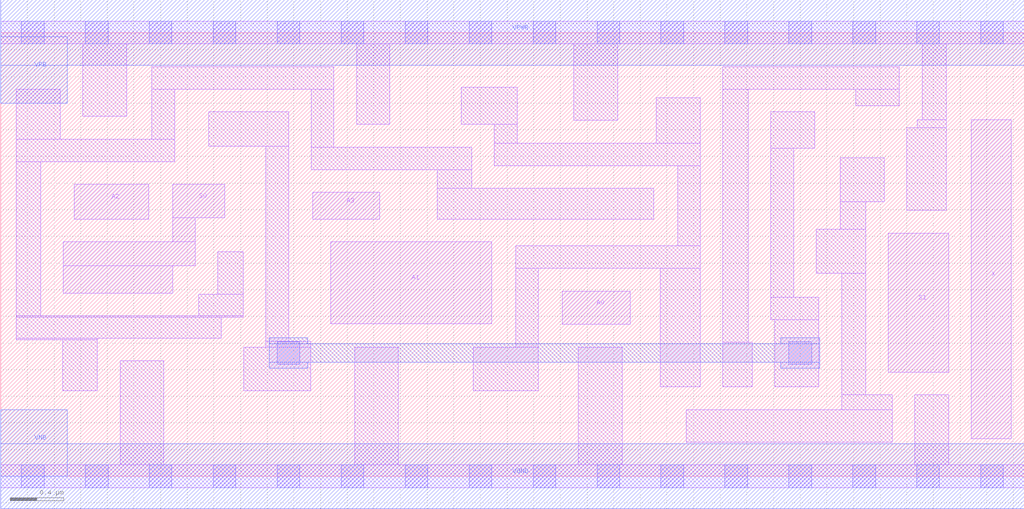
<source format=lef>
# Copyright 2020 The SkyWater PDK Authors
#
# Licensed under the Apache License, Version 2.0 (the "License");
# you may not use this file except in compliance with the License.
# You may obtain a copy of the License at
#
#     https://www.apache.org/licenses/LICENSE-2.0
#
# Unless required by applicable law or agreed to in writing, software
# distributed under the License is distributed on an "AS IS" BASIS,
# WITHOUT WARRANTIES OR CONDITIONS OF ANY KIND, either express or implied.
# See the License for the specific language governing permissions and
# limitations under the License.
#
# SPDX-License-Identifier: Apache-2.0

VERSION 5.5 ;
NAMESCASESENSITIVE ON ;
BUSBITCHARS "[]" ;
DIVIDERCHAR "/" ;
MACRO sky130_fd_sc_lp__mux4_0
  CLASS CORE ;
  SOURCE USER ;
  ORIGIN  0.000000  0.000000 ;
  SIZE  7.680000 BY  3.330000 ;
  SYMMETRY X Y R90 ;
  SITE unit ;
  PIN A0
    ANTENNAGATEAREA  0.126000 ;
    DIRECTION INPUT ;
    USE SIGNAL ;
    PORT
      LAYER li1 ;
        RECT 4.215000 1.140000 4.725000 1.390000 ;
    END
  END A0
  PIN A1
    ANTENNAGATEAREA  0.126000 ;
    DIRECTION INPUT ;
    USE SIGNAL ;
    PORT
      LAYER li1 ;
        RECT 2.475000 1.145000 3.685000 1.760000 ;
    END
  END A1
  PIN A2
    ANTENNAGATEAREA  0.126000 ;
    DIRECTION INPUT ;
    USE SIGNAL ;
    PORT
      LAYER li1 ;
        RECT 0.550000 1.930000 1.110000 2.190000 ;
    END
  END A2
  PIN A3
    ANTENNAGATEAREA  0.126000 ;
    DIRECTION INPUT ;
    USE SIGNAL ;
    PORT
      LAYER li1 ;
        RECT 2.340000 1.930000 2.845000 2.130000 ;
    END
  END A3
  PIN S0
    ANTENNAGATEAREA  0.378000 ;
    DIRECTION INPUT ;
    USE SIGNAL ;
    PORT
      LAYER li1 ;
        RECT 0.470000 1.375000 1.290000 1.580000 ;
        RECT 0.470000 1.580000 1.460000 1.760000 ;
        RECT 1.290000 1.760000 1.460000 1.940000 ;
        RECT 1.290000 1.940000 1.680000 2.190000 ;
    END
  END S0
  PIN S1
    ANTENNAGATEAREA  0.252000 ;
    DIRECTION INPUT ;
    USE SIGNAL ;
    PORT
      LAYER li1 ;
        RECT 6.660000 0.780000 7.115000 1.825000 ;
    END
  END S1
  PIN X
    ANTENNADIFFAREA  0.280900 ;
    DIRECTION OUTPUT ;
    USE SIGNAL ;
    PORT
      LAYER li1 ;
        RECT 7.285000 0.280000 7.585000 2.675000 ;
    END
  END X
  PIN VGND
    DIRECTION INOUT ;
    USE GROUND ;
    PORT
      LAYER met1 ;
        RECT 0.000000 -0.245000 7.680000 0.245000 ;
    END
  END VGND
  PIN VNB
    DIRECTION INOUT ;
    USE GROUND ;
    PORT
      LAYER met1 ;
        RECT 0.000000 0.000000 0.500000 0.500000 ;
    END
  END VNB
  PIN VPB
    DIRECTION INOUT ;
    USE POWER ;
    PORT
      LAYER met1 ;
        RECT 0.000000 2.800000 0.500000 3.300000 ;
    END
  END VPB
  PIN VPWR
    DIRECTION INOUT ;
    USE POWER ;
    PORT
      LAYER met1 ;
        RECT 0.000000 3.085000 7.680000 3.575000 ;
    END
  END VPWR
  OBS
    LAYER li1 ;
      RECT 0.000000 -0.085000 7.680000 0.085000 ;
      RECT 0.000000  3.245000 7.680000 3.415000 ;
      RECT 0.115000  1.025000 0.725000 1.035000 ;
      RECT 0.115000  1.035000 1.655000 1.195000 ;
      RECT 0.115000  1.195000 1.820000 1.205000 ;
      RECT 0.115000  1.205000 0.300000 2.360000 ;
      RECT 0.115000  2.360000 1.305000 2.530000 ;
      RECT 0.115000  2.530000 0.445000 2.905000 ;
      RECT 0.465000  0.640000 0.725000 1.025000 ;
      RECT 0.615000  2.700000 0.945000 3.245000 ;
      RECT 0.895000  0.085000 1.225000 0.865000 ;
      RECT 1.135000  2.530000 1.305000 2.905000 ;
      RECT 1.135000  2.905000 2.500000 3.075000 ;
      RECT 1.485000  1.205000 1.820000 1.365000 ;
      RECT 1.560000  2.475000 2.160000 2.735000 ;
      RECT 1.630000  1.365000 1.820000 1.685000 ;
      RECT 1.825000  0.640000 2.325000 0.970000 ;
      RECT 1.990000  0.970000 2.325000 1.015000 ;
      RECT 1.990000  1.015000 2.160000 2.475000 ;
      RECT 2.330000  2.300000 3.535000 2.470000 ;
      RECT 2.330000  2.470000 2.500000 2.905000 ;
      RECT 2.655000  0.085000 2.985000 0.970000 ;
      RECT 2.670000  2.640000 2.920000 3.245000 ;
      RECT 3.275000  1.930000 4.900000 2.160000 ;
      RECT 3.275000  2.160000 3.535000 2.300000 ;
      RECT 3.455000  2.640000 3.875000 2.920000 ;
      RECT 3.545000  0.640000 4.035000 0.970000 ;
      RECT 3.705000  2.330000 5.250000 2.500000 ;
      RECT 3.705000  2.500000 3.875000 2.640000 ;
      RECT 3.865000  0.970000 4.035000 1.560000 ;
      RECT 3.865000  1.560000 5.250000 1.730000 ;
      RECT 4.300000  2.670000 4.630000 3.245000 ;
      RECT 4.335000  0.085000 4.665000 0.970000 ;
      RECT 4.920000  2.500000 5.250000 2.840000 ;
      RECT 4.950000  0.670000 5.250000 1.560000 ;
      RECT 5.080000  1.730000 5.250000 2.330000 ;
      RECT 5.145000  0.255000 6.690000 0.500000 ;
      RECT 5.420000  0.670000 5.640000 1.005000 ;
      RECT 5.420000  1.005000 5.610000 2.905000 ;
      RECT 5.420000  2.905000 6.745000 3.075000 ;
      RECT 5.780000  1.175000 6.140000 1.345000 ;
      RECT 5.780000  1.345000 5.950000 2.460000 ;
      RECT 5.780000  2.460000 6.110000 2.735000 ;
      RECT 5.810000  0.670000 6.140000 1.175000 ;
      RECT 6.120000  1.525000 6.490000 1.855000 ;
      RECT 6.300000  1.855000 6.490000 2.060000 ;
      RECT 6.300000  2.060000 6.630000 2.390000 ;
      RECT 6.310000  0.500000 6.690000 0.610000 ;
      RECT 6.310000  0.610000 6.490000 1.525000 ;
      RECT 6.415000  2.780000 6.745000 2.905000 ;
      RECT 6.800000  1.995000 7.095000 2.615000 ;
      RECT 6.860000  0.085000 7.115000 0.610000 ;
      RECT 6.880000  2.615000 7.095000 2.675000 ;
      RECT 6.915000  2.675000 7.095000 3.245000 ;
    LAYER mcon ;
      RECT 0.155000 -0.085000 0.325000 0.085000 ;
      RECT 0.155000  3.245000 0.325000 3.415000 ;
      RECT 0.635000 -0.085000 0.805000 0.085000 ;
      RECT 0.635000  3.245000 0.805000 3.415000 ;
      RECT 1.115000 -0.085000 1.285000 0.085000 ;
      RECT 1.115000  3.245000 1.285000 3.415000 ;
      RECT 1.595000 -0.085000 1.765000 0.085000 ;
      RECT 1.595000  3.245000 1.765000 3.415000 ;
      RECT 2.075000 -0.085000 2.245000 0.085000 ;
      RECT 2.075000  0.840000 2.245000 1.010000 ;
      RECT 2.075000  3.245000 2.245000 3.415000 ;
      RECT 2.555000 -0.085000 2.725000 0.085000 ;
      RECT 2.555000  3.245000 2.725000 3.415000 ;
      RECT 3.035000 -0.085000 3.205000 0.085000 ;
      RECT 3.035000  3.245000 3.205000 3.415000 ;
      RECT 3.515000 -0.085000 3.685000 0.085000 ;
      RECT 3.515000  3.245000 3.685000 3.415000 ;
      RECT 3.995000 -0.085000 4.165000 0.085000 ;
      RECT 3.995000  3.245000 4.165000 3.415000 ;
      RECT 4.475000 -0.085000 4.645000 0.085000 ;
      RECT 4.475000  3.245000 4.645000 3.415000 ;
      RECT 4.955000 -0.085000 5.125000 0.085000 ;
      RECT 4.955000  3.245000 5.125000 3.415000 ;
      RECT 5.435000 -0.085000 5.605000 0.085000 ;
      RECT 5.435000  3.245000 5.605000 3.415000 ;
      RECT 5.915000 -0.085000 6.085000 0.085000 ;
      RECT 5.915000  0.840000 6.085000 1.010000 ;
      RECT 5.915000  3.245000 6.085000 3.415000 ;
      RECT 6.395000 -0.085000 6.565000 0.085000 ;
      RECT 6.395000  3.245000 6.565000 3.415000 ;
      RECT 6.875000 -0.085000 7.045000 0.085000 ;
      RECT 6.875000  3.245000 7.045000 3.415000 ;
      RECT 7.355000 -0.085000 7.525000 0.085000 ;
      RECT 7.355000  3.245000 7.525000 3.415000 ;
    LAYER met1 ;
      RECT 2.015000 0.810000 2.305000 0.855000 ;
      RECT 2.015000 0.855000 6.145000 0.995000 ;
      RECT 2.015000 0.995000 2.305000 1.040000 ;
      RECT 5.855000 0.810000 6.145000 0.855000 ;
      RECT 5.855000 0.995000 6.145000 1.040000 ;
  END
END sky130_fd_sc_lp__mux4_0
END LIBRARY

</source>
